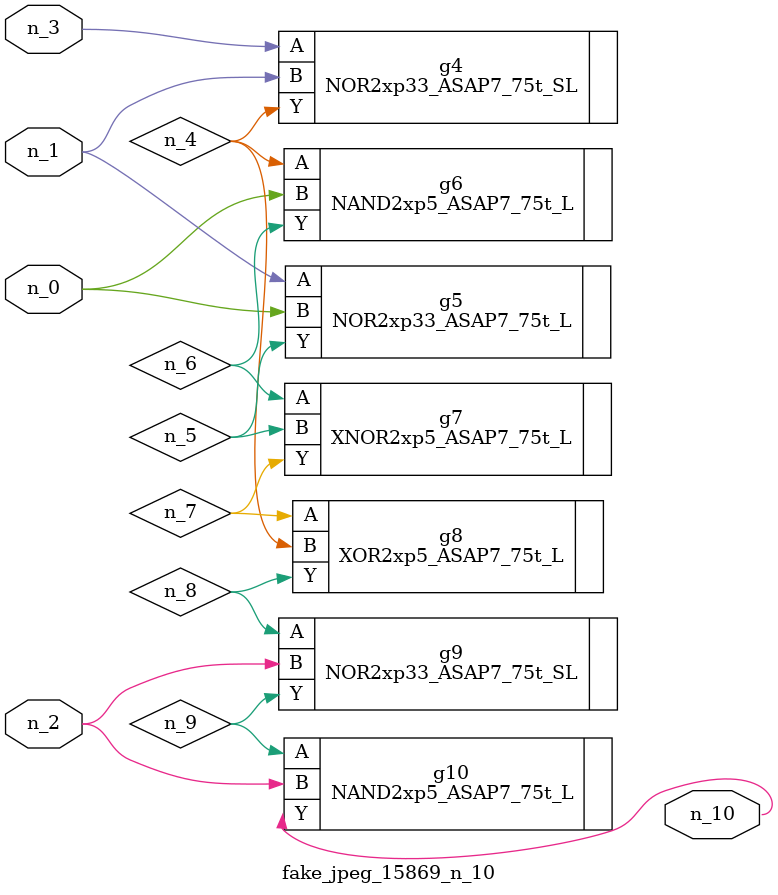
<source format=v>
module fake_jpeg_15869_n_10 (n_0, n_3, n_2, n_1, n_10);

input n_0;
input n_3;
input n_2;
input n_1;

output n_10;

wire n_4;
wire n_8;
wire n_9;
wire n_6;
wire n_5;
wire n_7;

NOR2xp33_ASAP7_75t_SL g4 ( 
.A(n_3),
.B(n_1),
.Y(n_4)
);

NOR2xp33_ASAP7_75t_L g5 ( 
.A(n_1),
.B(n_0),
.Y(n_5)
);

NAND2xp5_ASAP7_75t_L g6 ( 
.A(n_4),
.B(n_0),
.Y(n_6)
);

XNOR2xp5_ASAP7_75t_L g7 ( 
.A(n_6),
.B(n_5),
.Y(n_7)
);

XOR2xp5_ASAP7_75t_L g8 ( 
.A(n_7),
.B(n_4),
.Y(n_8)
);

NOR2xp33_ASAP7_75t_SL g9 ( 
.A(n_8),
.B(n_2),
.Y(n_9)
);

NAND2xp5_ASAP7_75t_L g10 ( 
.A(n_9),
.B(n_2),
.Y(n_10)
);


endmodule
</source>
